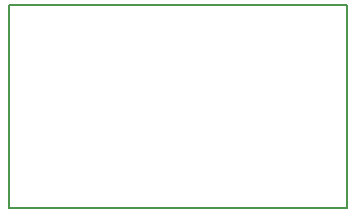
<source format=gbr>
G04 #@! TF.FileFunction,Other,ECO1*
%FSLAX46Y46*%
G04 Gerber Fmt 4.6, Leading zero omitted, Abs format (unit mm)*
G04 Created by KiCad (PCBNEW 4.0.0-rc1-stable) date 30/11/2015 17:14:41*
%MOMM*%
G01*
G04 APERTURE LIST*
%ADD10C,0.100000*%
%ADD11C,0.150000*%
G04 APERTURE END LIST*
D10*
D11*
X154305000Y-104775000D02*
X154305000Y-121920000D01*
X182880000Y-104775000D02*
X154305000Y-104775000D01*
X182880000Y-121920000D02*
X182880000Y-104775000D01*
X154305000Y-121920000D02*
X182880000Y-121920000D01*
M02*

</source>
